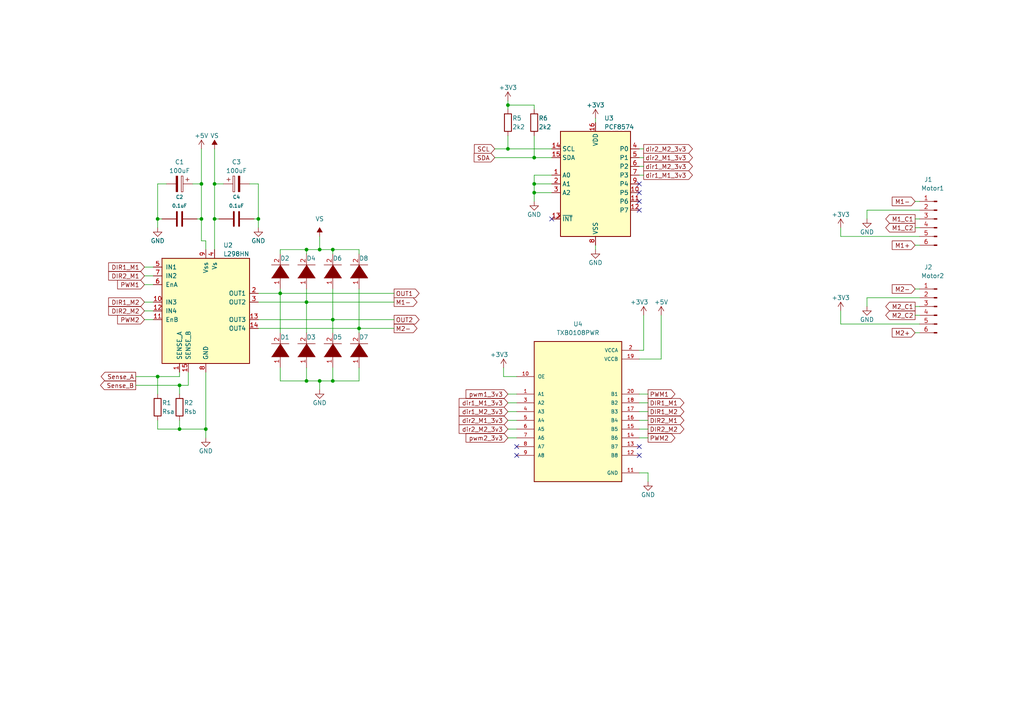
<source format=kicad_sch>
(kicad_sch (version 20211123) (generator eeschema)
  (paper "A4")
  (lib_symbols
    (symbol "Connector:Conn_01x06_Male" (pin_names (offset 1.016) hide)
      (property "Reference" "J" (at 0 7.62 0))
      (property "Value" "Conn_01x06_Male" (at 0 -10.16 0))
      (symbol "Conn_01x06_Male_1_1"
        (polyline (pts (xy 1.27 -7.62) (xy 0.8636 -7.62)) (stroke (width 0.1524)))
        (polyline (pts (xy 1.27 -5.08) (xy 0.8636 -5.08)) (stroke (width 0.1524)))
        (polyline (pts (xy 1.27 -2.54) (xy 0.8636 -2.54)) (stroke (width 0.1524)))
        (polyline (pts (xy 1.27 0) (xy 0.8636 0)) (stroke (width 0.1524)))
        (polyline (pts (xy 1.27 2.54) (xy 0.8636 2.54)) (stroke (width 0.1524)))
        (polyline (pts (xy 1.27 5.08) (xy 0.8636 5.08)) (stroke (width 0.1524)))
        (rectangle (start 0.8636 -7.493) (end 0 -7.747) (stroke (width 0.1524)) (fill (type outline)))
        (rectangle (start 0.8636 -4.953) (end 0 -5.207) (stroke (width 0.1524)) (fill (type outline)))
        (rectangle (start 0.8636 -2.413) (end 0 -2.667) (stroke (width 0.1524)) (fill (type outline)))
        (rectangle (start 0.8636 0.127) (end 0 -0.127) (stroke (width 0.1524)) (fill (type outline)))
        (rectangle (start 0.8636 2.667) (end 0 2.413) (stroke (width 0.1524)) (fill (type outline)))
        (rectangle (start 0.8636 5.207) (end 0 4.953) (stroke (width 0.1524)) (fill (type outline)))
        (pin passive line (at 5.08 5.08 180) (length 3.81) (name "Pin_1") (number "1"))
        (pin passive line (at 5.08 2.54 180) (length 3.81) (name "Pin_2") (number "2"))
        (pin passive line (at 5.08 0 180) (length 3.81) (name "Pin_3") (number "3"))
        (pin passive line (at 5.08 -2.54 180) (length 3.81) (name "Pin_4") (number "4"))
        (pin passive line (at 5.08 -5.08 180) (length 3.81) (name "Pin_5") (number "5"))
        (pin passive line (at 5.08 -7.62 180) (length 3.81) (name "Pin_6") (number "6"))
      )
    )
    (symbol "Device:C_Polarized" (pin_numbers hide) (pin_names (offset 0.254))
      (property "Reference" "C" (at 0.635 2.54 0))
      (property "Value" "C_Polarized" (at 0.635 -2.54 0))
      (symbol "C_Polarized_0_1"
        (rectangle (start -2.286 0.508) (end 2.286 1.016))
        (polyline (pts (xy -1.778 2.286) (xy -0.762 2.286)))
        (polyline (pts (xy -1.27 2.794) (xy -1.27 1.778)))
        (rectangle (start 2.286 -0.508) (end -2.286 -1.016) (fill (type outline)))
      )
      (symbol "C_Polarized_1_1"
        (pin passive line (at 0 3.81 270) (length 2.794) (name "~") (number "1"))
        (pin passive line (at 0 -3.81 90) (length 2.794) (name "~") (number "2"))
      )
    )
    (symbol "Device:R" (pin_numbers hide) (pin_names (offset 0))
      (property "Reference" "R" (at 2.032 0 90))
      (property "Value" "R" (at 0 0 90))
      (symbol "R_0_1"
        (rectangle (start -1.016 -2.54) (end 1.016 2.54) (stroke (width 0.254)))
      )
      (symbol "R_1_1"
        (pin passive line (at 0 3.81 270) (length 1.27) (name "~") (number "1"))
        (pin passive line (at 0 -3.81 90) (length 1.27) (name "~") (number "2"))
      )
    )
    (symbol "Driver_Motor:L298HN" (pin_names (offset 1.016))
      (property "Reference" "U2" (at 5.08 19.05 0))
      (property "Value" "L298HN" (at 5.08 16.51 0))
      (symbol "L298HN_0_1"
        (rectangle (start -12.7 15.24) (end 12.7 -15.24) (stroke (width 0.254)) (fill (type background)))
      )
      (symbol "L298HN_1_1"
        (pin output line (at -7.62 -17.78 90) (length 2.54) (name "SENSE_A") (number "1"))
        (pin input line (at -15.24 2.54 0) (length 2.54) (name "IN3") (number "10"))
        (pin input line (at -15.24 -2.54 0) (length 2.54) (name "EnB") (number "11"))
        (pin input line (at -15.24 0 0) (length 2.54) (name "IN4") (number "12"))
        (pin output line (at 15.24 -2.54 180) (length 2.54) (name "OUT3") (number "13"))
        (pin output line (at 15.24 -5.08 180) (length 2.54) (name "OUT4") (number "14"))
        (pin input line (at -5.08 -17.78 90) (length 2.54) (name "SENSE_B") (number "15"))
        (pin output line (at 15.24 5.08 180) (length 2.54) (name "OUT1") (number "2"))
        (pin output line (at 15.24 2.54 180) (length 2.54) (name "OUT2") (number "3"))
        (pin power_in line (at 2.54 17.78 270) (length 2.54) (name "Vs") (number "4"))
        (pin input line (at -15.24 12.7 0) (length 2.54) (name "IN1") (number "5"))
        (pin input line (at -15.24 7.62 0) (length 2.54) (name "EnA") (number "6"))
        (pin input line (at -15.24 10.16 0) (length 2.54) (name "IN2") (number "7"))
        (pin power_in line (at 0 -17.78 90) (length 2.54) (name "GND") (number "8"))
        (pin power_in line (at 0 17.78 270) (length 2.54) (name "Vss") (number "9"))
      )
    )
    (symbol "Interface_Expansion:PCF8574"
      (property "Reference" "U" (at -8.89 16.51 0))
      (property "Value" "PCF8574" (at 2.54 16.51 0))
      (symbol "PCF8574_0_1"
        (rectangle (start -10.16 15.24) (end 10.16 -15.24) (stroke (width 0.254)) (fill (type background)))
      )
      (symbol "PCF8574_1_1"
        (pin input line (at -12.7 2.54 0) (length 2.54) (name "A0") (number "1"))
        (pin bidirectional line (at 12.7 -2.54 180) (length 2.54) (name "P5") (number "10"))
        (pin bidirectional line (at 12.7 -5.08 180) (length 2.54) (name "P6") (number "11"))
        (pin bidirectional line (at 12.7 -7.62 180) (length 2.54) (name "P7") (number "12"))
        (pin open_collector output_low (at -12.7 -10.16 0) (length 2.54) (name "~{INT}") (number "13"))
        (pin input line (at -12.7 10.16 0) (length 2.54) (name "SCL") (number "14"))
        (pin bidirectional line (at -12.7 7.62 0) (length 2.54) (name "SDA") (number "15"))
        (pin power_in line (at 0 17.78 270) (length 2.54) (name "VDD") (number "16"))
        (pin input line (at -12.7 0 0) (length 2.54) (name "A1") (number "2"))
        (pin input line (at -12.7 -2.54 0) (length 2.54) (name "A2") (number "3"))
        (pin bidirectional line (at 12.7 10.16 180) (length 2.54) (name "P0") (number "4"))
        (pin bidirectional line (at 12.7 7.62 180) (length 2.54) (name "P1") (number "5"))
        (pin bidirectional line (at 12.7 5.08 180) (length 2.54) (name "P2") (number "6"))
        (pin bidirectional line (at 12.7 2.54 180) (length 2.54) (name "P3") (number "7"))
        (pin power_in line (at 0 -17.78 90) (length 2.54) (name "VSS") (number "8"))
        (pin bidirectional line (at 12.7 0 180) (length 2.54) (name "P4") (number "9"))
      )
    )
    (symbol "TXB0108PWR:TXB0108PWR" (pin_names (offset 1.016))
      (property "Reference" "U" (at -12.7 23.86 0))
      (property "Value" "TXB0108PWR" (at -12.7 -21.78 0))
      (symbol "TXB0108PWR_0_0"
        (rectangle (start -12.7 -17.78) (end 12.7 22.86) (stroke (width 0.254)) (fill (type background)))
        (pin bidirectional line (at -17.78 7.62 0) (length 5.08) (name "A1") (number "1"))
        (pin input line (at -17.78 12.7 0) (length 5.08) (name "OE") (number "10"))
        (pin power_in line (at 17.78 -15.24 180) (length 5.08) (name "GND") (number "11"))
        (pin bidirectional line (at 17.78 -10.16 180) (length 5.08) (name "B8") (number "12"))
        (pin bidirectional line (at 17.78 -7.62 180) (length 5.08) (name "B7") (number "13"))
        (pin bidirectional line (at 17.78 -5.08 180) (length 5.08) (name "B6") (number "14"))
        (pin bidirectional line (at 17.78 -2.54 180) (length 5.08) (name "B5") (number "15"))
        (pin bidirectional line (at 17.78 0 180) (length 5.08) (name "B4") (number "16"))
        (pin bidirectional line (at 17.78 2.54 180) (length 5.08) (name "B3") (number "17"))
        (pin bidirectional line (at 17.78 5.08 180) (length 5.08) (name "B2") (number "18"))
        (pin power_in line (at 17.78 17.78 180) (length 5.08) (name "VCCB") (number "19"))
        (pin power_in line (at 17.78 20.32 180) (length 5.08) (name "VCCA") (number "2"))
        (pin bidirectional line (at 17.78 7.62 180) (length 5.08) (name "B1") (number "20"))
        (pin bidirectional line (at -17.78 5.08 0) (length 5.08) (name "A2") (number "3"))
        (pin bidirectional line (at -17.78 2.54 0) (length 5.08) (name "A3") (number "4"))
        (pin bidirectional line (at -17.78 0 0) (length 5.08) (name "A4") (number "5"))
        (pin bidirectional line (at -17.78 -2.54 0) (length 5.08) (name "A5") (number "6"))
        (pin bidirectional line (at -17.78 -5.08 0) (length 5.08) (name "A6") (number "7"))
        (pin bidirectional line (at -17.78 -7.62 0) (length 5.08) (name "A7") (number "8"))
        (pin bidirectional line (at -17.78 -10.16 0) (length 5.08) (name "A8") (number "9"))
      )
    )
    (symbol "cyclophone:C" (pin_numbers hide) (pin_names (offset 0.254))
      (property "Reference" "C" (at 0 2.54 0))
      (property "Value" "C" (at 0.1524 -2.159 0))
      (symbol "C_0_1"
        (polyline (pts (xy -2.032 -0.762) (xy 2.032 -0.762)) (stroke (width 0.508)))
        (polyline (pts (xy -2.032 0.762) (xy 2.032 0.762)) (stroke (width 0.508)))
      )
      (symbol "C_1_1"
        (pin passive line (at 0 5.08 270) (length 4.318) (name "~") (number "1"))
        (pin passive line (at 0 -5.08 90) (length 4.318) (name "~") (number "2"))
      )
    )
    (symbol "power:+3.3V" (power) (pin_names (offset 0))
      (property "Value" "+3.3V" (at 0 3.556 0))
      (symbol "+3.3V_0_1"
        (polyline (pts (xy -0.762 1.27) (xy 0 2.54)))
        (polyline (pts (xy 0 0) (xy 0 2.54)))
        (polyline (pts (xy 0 2.54) (xy 0.762 1.27)))
      )
      (symbol "+3.3V_1_1"
        (pin power_in line (at 0 0 90) (length 0) hide (name "+3V3") (number "1"))
      )
    )
    (symbol "power:+5V" (power) (pin_names (offset 0))
      (property "Value" "+5V" (at 0 3.556 0))
      (symbol "+5V_0_1"
        (polyline (pts (xy -0.762 1.27) (xy 0 2.54)))
        (polyline (pts (xy 0 0) (xy 0 2.54)))
        (polyline (pts (xy 0 2.54) (xy 0.762 1.27)))
      )
      (symbol "+5V_1_1"
        (pin power_in line (at 0 0 90) (length 0) hide (name "+5V") (number "1"))
      )
    )
    (symbol "power:GND" (power) (pin_names (offset 0))
      (property "Value" "GND" (at 0 -3.81 0))
      (symbol "GND_0_1"
        (polyline (pts (xy 0 0) (xy 0 -1.27) (xy 1.27 -1.27) (xy 0 -2.54) (xy -1.27 -1.27) (xy 0 -1.27)))
      )
      (symbol "GND_1_1"
        (pin power_in line (at 0 0 270) (length 0) hide (name "GND") (number "1"))
      )
    )
    (symbol "power:VS" (power) (pin_names (offset 0))
      (property "Value" "VS" (at 0 3.81 0))
      (symbol "VS_0_1"
        (polyline (pts (xy 0 0) (xy 0 2.54)))
        (polyline (pts (xy 0.762 1.27) (xy -0.762 1.27) (xy 0 2.54) (xy 0.762 1.27)) (fill (type outline)))
      )
      (symbol "VS_1_1"
        (pin power_in line (at 0 0 90) (length 0) hide (name "VS") (number "1"))
      )
    )
    (symbol "pspice:DIODE" (pin_names (offset 1.016) hide)
      (property "Reference" "D" (at 0 3.81 0))
      (property "Value" "DIODE" (at 0 -4.445 0))
      (symbol "DIODE_0_1"
        (polyline (pts (xy 1.905 2.54) (xy 1.905 -2.54)))
        (polyline (pts (xy -1.905 2.54) (xy -1.905 -2.54) (xy 1.905 0)) (fill (type outline)))
      )
      (symbol "DIODE_1_1"
        (pin input line (at -5.08 0 0) (length 3.81) (name "K") (number "1"))
        (pin input line (at 5.08 0 180) (length 3.81) (name "A") (number "2"))
      )
    )
  )
  (junction (at 62.23 53.34))
  (junction (at 88.9 110.49))
  (junction (at 88.9 72.39))
  (junction (at 92.71 110.49))
  (junction (at 58.42 53.34))
  (junction (at 96.52 110.49))
  (junction (at 62.23 63.5))
  (junction (at 45.72 109.22))
  (junction (at 104.14 95.25))
  (junction (at 154.94 53.34))
  (junction (at 52.07 124.46))
  (junction (at 147.32 30.48))
  (junction (at 96.52 92.71))
  (junction (at 147.32 43.18))
  (junction (at 92.71 72.39))
  (junction (at 154.94 45.72))
  (junction (at 58.42 63.5))
  (junction (at 59.69 124.46))
  (junction (at 74.93 63.5))
  (junction (at 96.52 72.39))
  (junction (at 88.9 87.63))
  (junction (at 52.07 111.76))
  (junction (at 154.94 55.88))
  (junction (at 81.28 85.09))
  (junction (at 45.72 63.5))
  (no_connect (at 185.42 132.08))
  (no_connect (at 185.42 55.88))
  (no_connect (at 185.42 53.34))
  (no_connect (at 185.42 60.96))
  (no_connect (at 160.02 63.5))
  (no_connect (at 185.42 129.54))
  (no_connect (at 149.86 132.08))
  (no_connect (at 149.86 129.54))
  (no_connect (at 185.42 58.42))
  (wire (pts (xy 81.28 72.39) (xy 88.9 72.39)))
  (wire (pts (xy 74.93 92.71) (xy 96.52 92.71)))
  (wire (pts (xy 45.72 121.92) (xy 45.72 124.46)))
  (wire (pts (xy 154.94 30.48) (xy 147.32 30.48)))
  (wire (pts (xy 41.91 80.01) (xy 44.45 80.01)))
  (wire (pts (xy 154.94 31.75) (xy 154.94 30.48)))
  (wire (pts (xy 96.52 110.49) (xy 92.71 110.49)))
  (wire (pts (xy 96.52 72.39) (xy 96.52 73.66)))
  (wire (pts (xy 186.69 43.18) (xy 185.42 43.18)))
  (wire (pts (xy 52.07 111.76) (xy 52.07 114.3)))
  (wire (pts (xy 143.51 45.72) (xy 154.94 45.72)))
  (wire (pts (xy 81.28 85.09) (xy 81.28 96.52)))
  (wire (pts (xy 265.43 66.04) (xy 266.7 66.04)))
  (wire (pts (xy 73.66 63.5) (xy 74.93 63.5)))
  (wire (pts (xy 45.72 63.5) (xy 45.72 66.04)))
  (wire (pts (xy 81.28 73.66) (xy 81.28 72.39)))
  (wire (pts (xy 104.14 95.25) (xy 104.14 96.52)))
  (wire (pts (xy 81.28 85.09) (xy 114.3 85.09)))
  (wire (pts (xy 154.94 55.88) (xy 154.94 53.34)))
  (wire (pts (xy 62.23 63.5) (xy 63.5 63.5)))
  (wire (pts (xy 59.69 69.85) (xy 59.69 72.39)))
  (wire (pts (xy 81.28 83.82) (xy 81.28 85.09)))
  (wire (pts (xy 88.9 72.39) (xy 88.9 73.66)))
  (wire (pts (xy 57.15 63.5) (xy 58.42 63.5)))
  (wire (pts (xy 251.46 86.36) (xy 266.7 86.36)))
  (wire (pts (xy 243.84 90.17) (xy 243.84 93.98)))
  (wire (pts (xy 48.26 53.34) (xy 45.72 53.34)))
  (wire (pts (xy 187.96 119.38) (xy 185.42 119.38)))
  (wire (pts (xy 96.52 83.82) (xy 96.52 92.71)))
  (wire (pts (xy 59.69 107.95) (xy 59.69 124.46)))
  (wire (pts (xy 147.32 39.37) (xy 147.32 43.18)))
  (wire (pts (xy 265.43 83.82) (xy 266.7 83.82)))
  (wire (pts (xy 147.32 29.21) (xy 147.32 30.48)))
  (wire (pts (xy 251.46 88.9) (xy 251.46 86.36)))
  (wire (pts (xy 265.43 63.5) (xy 266.7 63.5)))
  (wire (pts (xy 104.14 106.68) (xy 104.14 110.49)))
  (wire (pts (xy 74.93 66.04) (xy 74.93 63.5)))
  (wire (pts (xy 243.84 68.58) (xy 266.7 68.58)))
  (wire (pts (xy 186.69 91.44) (xy 186.69 101.6)))
  (wire (pts (xy 62.23 43.18) (xy 62.23 53.34)))
  (wire (pts (xy 88.9 87.63) (xy 114.3 87.63)))
  (wire (pts (xy 186.69 101.6) (xy 185.42 101.6)))
  (wire (pts (xy 251.46 60.96) (xy 266.7 60.96)))
  (wire (pts (xy 55.88 53.34) (xy 58.42 53.34)))
  (wire (pts (xy 52.07 107.95) (xy 52.07 109.22)))
  (wire (pts (xy 41.91 87.63) (xy 44.45 87.63)))
  (wire (pts (xy 147.32 30.48) (xy 147.32 31.75)))
  (wire (pts (xy 147.32 43.18) (xy 160.02 43.18)))
  (wire (pts (xy 45.72 124.46) (xy 52.07 124.46)))
  (wire (pts (xy 154.94 45.72) (xy 160.02 45.72)))
  (wire (pts (xy 74.93 63.5) (xy 74.93 53.34)))
  (wire (pts (xy 187.96 121.92) (xy 185.42 121.92)))
  (wire (pts (xy 96.52 72.39) (xy 104.14 72.39)))
  (wire (pts (xy 186.69 48.26) (xy 185.42 48.26)))
  (wire (pts (xy 39.37 111.76) (xy 52.07 111.76)))
  (wire (pts (xy 187.96 127) (xy 185.42 127)))
  (wire (pts (xy 154.94 39.37) (xy 154.94 45.72)))
  (wire (pts (xy 45.72 109.22) (xy 52.07 109.22)))
  (wire (pts (xy 154.94 50.8) (xy 160.02 50.8)))
  (wire (pts (xy 104.14 110.49) (xy 96.52 110.49)))
  (wire (pts (xy 41.91 90.17) (xy 44.45 90.17)))
  (wire (pts (xy 147.32 114.3) (xy 149.86 114.3)))
  (wire (pts (xy 104.14 72.39) (xy 104.14 73.66)))
  (wire (pts (xy 41.91 82.55) (xy 44.45 82.55)))
  (wire (pts (xy 265.43 88.9) (xy 266.7 88.9)))
  (wire (pts (xy 88.9 72.39) (xy 92.71 72.39)))
  (wire (pts (xy 58.42 63.5) (xy 58.42 69.85)))
  (wire (pts (xy 52.07 111.76) (xy 54.61 111.76)))
  (wire (pts (xy 186.69 45.72) (xy 185.42 45.72)))
  (wire (pts (xy 81.28 110.49) (xy 88.9 110.49)))
  (wire (pts (xy 92.71 110.49) (xy 88.9 110.49)))
  (wire (pts (xy 41.91 92.71) (xy 44.45 92.71)))
  (wire (pts (xy 172.72 71.12) (xy 172.72 72.39)))
  (wire (pts (xy 147.32 121.92) (xy 149.86 121.92)))
  (wire (pts (xy 96.52 92.71) (xy 96.52 96.52)))
  (wire (pts (xy 52.07 124.46) (xy 59.69 124.46)))
  (wire (pts (xy 146.05 106.68) (xy 146.05 109.22)))
  (wire (pts (xy 187.96 139.7) (xy 187.96 137.16)))
  (wire (pts (xy 58.42 69.85) (xy 59.69 69.85)))
  (wire (pts (xy 154.94 53.34) (xy 160.02 53.34)))
  (wire (pts (xy 187.96 116.84) (xy 185.42 116.84)))
  (wire (pts (xy 54.61 107.95) (xy 54.61 111.76)))
  (wire (pts (xy 52.07 121.92) (xy 52.07 124.46)))
  (wire (pts (xy 45.72 53.34) (xy 45.72 63.5)))
  (wire (pts (xy 187.96 114.3) (xy 185.42 114.3)))
  (wire (pts (xy 146.05 109.22) (xy 149.86 109.22)))
  (wire (pts (xy 58.42 43.18) (xy 58.42 53.34)))
  (wire (pts (xy 58.42 53.34) (xy 58.42 63.5)))
  (wire (pts (xy 45.72 63.5) (xy 46.99 63.5)))
  (wire (pts (xy 143.51 43.18) (xy 147.32 43.18)))
  (wire (pts (xy 187.96 124.46) (xy 185.42 124.46)))
  (wire (pts (xy 92.71 68.58) (xy 92.71 72.39)))
  (wire (pts (xy 39.37 109.22) (xy 45.72 109.22)))
  (wire (pts (xy 88.9 87.63) (xy 88.9 96.52)))
  (wire (pts (xy 104.14 95.25) (xy 114.3 95.25)))
  (wire (pts (xy 172.72 34.29) (xy 172.72 35.56)))
  (wire (pts (xy 187.96 137.16) (xy 185.42 137.16)))
  (wire (pts (xy 45.72 109.22) (xy 45.72 114.3)))
  (wire (pts (xy 96.52 106.68) (xy 96.52 110.49)))
  (wire (pts (xy 62.23 63.5) (xy 62.23 72.39)))
  (wire (pts (xy 88.9 83.82) (xy 88.9 87.63)))
  (wire (pts (xy 243.84 93.98) (xy 266.7 93.98)))
  (wire (pts (xy 265.43 58.42) (xy 266.7 58.42)))
  (wire (pts (xy 74.93 53.34) (xy 72.39 53.34)))
  (wire (pts (xy 154.94 55.88) (xy 160.02 55.88)))
  (wire (pts (xy 74.93 85.09) (xy 81.28 85.09)))
  (wire (pts (xy 251.46 63.5) (xy 251.46 60.96)))
  (wire (pts (xy 92.71 72.39) (xy 96.52 72.39)))
  (wire (pts (xy 265.43 91.44) (xy 266.7 91.44)))
  (wire (pts (xy 265.43 71.12) (xy 266.7 71.12)))
  (wire (pts (xy 62.23 53.34) (xy 62.23 63.5)))
  (wire (pts (xy 147.32 119.38) (xy 149.86 119.38)))
  (wire (pts (xy 59.69 124.46) (xy 59.69 127)))
  (wire (pts (xy 191.77 91.44) (xy 191.77 104.14)))
  (wire (pts (xy 243.84 66.04) (xy 243.84 68.58)))
  (wire (pts (xy 147.32 127) (xy 149.86 127)))
  (wire (pts (xy 147.32 124.46) (xy 149.86 124.46)))
  (wire (pts (xy 191.77 104.14) (xy 185.42 104.14)))
  (wire (pts (xy 186.69 50.8) (xy 185.42 50.8)))
  (wire (pts (xy 265.43 96.52) (xy 266.7 96.52)))
  (wire (pts (xy 74.93 95.25) (xy 104.14 95.25)))
  (wire (pts (xy 104.14 83.82) (xy 104.14 95.25)))
  (wire (pts (xy 154.94 53.34) (xy 154.94 50.8)))
  (wire (pts (xy 41.91 77.47) (xy 44.45 77.47)))
  (wire (pts (xy 92.71 110.49) (xy 92.71 113.03)))
  (wire (pts (xy 88.9 106.68) (xy 88.9 110.49)))
  (wire (pts (xy 147.32 116.84) (xy 149.86 116.84)))
  (wire (pts (xy 62.23 53.34) (xy 64.77 53.34)))
  (wire (pts (xy 74.93 87.63) (xy 88.9 87.63)))
  (wire (pts (xy 96.52 92.71) (xy 114.3 92.71)))
  (wire (pts (xy 81.28 106.68) (xy 81.28 110.49)))
  (wire (pts (xy 154.94 58.42) (xy 154.94 55.88)))
  (global_label "DIR2_M1" (shape output) (at 187.96 121.92 0) (property "Intersheet References" "${INTERSHEET_REFS}" (effects hide)))
  (global_label "PWM2" (shape input) (at 41.91 92.71 180) (property "Intersheet References" "${INTERSHEET_REFS}" (effects hide)))
  (global_label "dir2_M2_3v3" (shape input) (at 147.32 124.46 180) (property "Intersheet References" "${INTERSHEET_REFS}" (effects hide)))
  (global_label "Sense_B" (shape output) (at 39.37 111.76 180) (property "Intersheet References" "${INTERSHEET_REFS}" (effects hide)))
  (global_label "M1+" (shape input) (at 265.43 71.12 180) (property "Intersheet References" "${INTERSHEET_REFS}" (effects hide)))
  (global_label "DIR1_M1" (shape output) (at 187.96 116.84 0) (property "Intersheet References" "${INTERSHEET_REFS}" (effects hide)))
  (global_label "PWM1" (shape output) (at 187.96 114.3 0) (property "Intersheet References" "${INTERSHEET_REFS}" (effects hide)))
  (global_label "OUT1" (shape output) (at 114.3 85.09 0) (property "Intersheet References" "${INTERSHEET_REFS}" (effects hide)))
  (global_label "DIR2_M2" (shape input) (at 41.91 90.17 180) (property "Intersheet References" "${INTERSHEET_REFS}" (effects hide)))
  (global_label "pwm2_3v3" (shape input) (at 147.32 127 180) (property "Intersheet References" "${INTERSHEET_REFS}" (effects hide)))
  (global_label "dir1_M2_3v3" (shape input) (at 147.32 119.38 180) (property "Intersheet References" "${INTERSHEET_REFS}" (effects hide)))
  (global_label "M1-" (shape output) (at 114.3 87.63 0) (property "Intersheet References" "${INTERSHEET_REFS}" (effects hide)))
  (global_label "M2-" (shape output) (at 114.3 95.25 0) (property "Intersheet References" "${INTERSHEET_REFS}" (effects hide)))
  (global_label "dir2_M2_3v3" (shape output) (at 186.69 43.18 0) (property "Intersheet References" "${INTERSHEET_REFS}" (effects hide)))
  (global_label "DIR1_M1" (shape input) (at 41.91 77.47 180) (property "Intersheet References" "${INTERSHEET_REFS}" (effects hide)))
  (global_label "pwm1_3v3" (shape input) (at 147.32 114.3 180) (property "Intersheet References" "${INTERSHEET_REFS}" (effects hide)))
  (global_label "PWM2" (shape output) (at 187.96 127 0) (property "Intersheet References" "${INTERSHEET_REFS}" (effects hide)))
  (global_label "DIR1_M2" (shape input) (at 41.91 87.63 180) (property "Intersheet References" "${INTERSHEET_REFS}" (effects hide)))
  (global_label "SDA" (shape input) (at 143.51 45.72 180) (property "Intersheet References" "${INTERSHEET_REFS}" (effects hide)))
  (global_label "M1-" (shape input) (at 265.43 58.42 180) (property "Intersheet References" "${INTERSHEET_REFS}" (effects hide)))
  (global_label "PWM1" (shape input) (at 41.91 82.55 180) (property "Intersheet References" "${INTERSHEET_REFS}" (effects hide)))
  (global_label "M2_C2" (shape output) (at 265.43 91.44 180) (property "Intersheet References" "${INTERSHEET_REFS}" (effects hide)))
  (global_label "dir2_M1_3v3" (shape output) (at 186.69 45.72 0) (property "Intersheet References" "${INTERSHEET_REFS}" (effects hide)))
  (global_label "DIR2_M1" (shape input) (at 41.91 80.01 180) (property "Intersheet References" "${INTERSHEET_REFS}" (effects hide)))
  (global_label "M1_C1" (shape output) (at 265.43 63.5 180) (property "Intersheet References" "${INTERSHEET_REFS}" (effects hide)))
  (global_label "SCL" (shape input) (at 143.51 43.18 180) (property "Intersheet References" "${INTERSHEET_REFS}" (effects hide)))
  (global_label "M2+" (shape input) (at 265.43 96.52 180) (property "Intersheet References" "${INTERSHEET_REFS}" (effects hide)))
  (global_label "M2_C1" (shape output) (at 265.43 88.9 180) (property "Intersheet References" "${INTERSHEET_REFS}" (effects hide)))
  (global_label "dir1_M1_3v3" (shape input) (at 147.32 116.84 180) (property "Intersheet References" "${INTERSHEET_REFS}" (effects hide)))
  (global_label "M2-" (shape input) (at 265.43 83.82 180) (property "Intersheet References" "${INTERSHEET_REFS}" (effects hide)))
  (global_label "dir1_M2_3v3" (shape output) (at 186.69 48.26 0) (property "Intersheet References" "${INTERSHEET_REFS}" (effects hide)))
  (global_label "DIR1_M2" (shape output) (at 187.96 119.38 0) (property "Intersheet References" "${INTERSHEET_REFS}" (effects hide)))
  (global_label "Sense_A" (shape output) (at 39.37 109.22 180) (property "Intersheet References" "${INTERSHEET_REFS}" (effects hide)))
  (global_label "dir2_M1_3v3" (shape input) (at 147.32 121.92 180) (property "Intersheet References" "${INTERSHEET_REFS}" (effects hide)))
  (global_label "DIR2_M2" (shape output) (at 187.96 124.46 0) (property "Intersheet References" "${INTERSHEET_REFS}" (effects hide)))
  (global_label "dir1_M1_3v3" (shape output) (at 186.69 50.8 0) (property "Intersheet References" "${INTERSHEET_REFS}" (effects hide)))
  (global_label "M1_C2" (shape output) (at 265.43 66.04 180) (property "Intersheet References" "${INTERSHEET_REFS}" (effects hide)))
  (global_label "OUT2" (shape output) (at 114.3 92.71 0) (property "Intersheet References" "${INTERSHEET_REFS}" (effects hide)))
  (symbol (lib_id "pspice:DIODE") (at 96.52 101.6 90) (unit 1)
    (property "Reference" "D5" (at 96.52 97.79 90) (effects (justify right)))
    (property "Value" "DIODE" (effects hide))
    (property "Footprint" "Diode_THT:D_A-405_P10.16mm_Horizontal" (effects hide))
  )
  (symbol (lib_id "power:+3.3V") (at 147.32 29.21 0) (unit 1)
    (property "Reference" "#PWR016" (effects hide))
    (property "Value" "+3.3V" (at 147.32 25.4 0))
  )
  (symbol (lib_id "power:+3.3V") (at 186.69 91.44 0) (unit 1)
    (property "Reference" "#PWR021" (effects hide))
    (property "Value" "+3.3V" (at 185.42 87.63 0))
  )
  (symbol (lib_id "cyclophone:C") (at 52.07 63.5 270) (unit 1)
    (property "Reference" "C2" (at 52.07 57.15 90) (effects (font (size 1.016 1.016))))
    (property "Value" "0.1uF" (at 52.07 59.69 90) (effects (font (size 1.016 1.016))))
    (property "Footprint" "Capacitor_THT:C_Disc_D4.3mm_W1.9mm_P5.00mm" (effects hide))
  )
  (symbol (lib_id "pspice:DIODE") (at 104.14 101.6 90) (unit 1)
    (property "Reference" "D7" (at 104.14 97.79 90) (effects (justify right)))
    (property "Value" "DIODE" (effects hide))
    (property "Footprint" "Diode_THT:D_A-405_P10.16mm_Horizontal" (effects hide))
  )
  (symbol (lib_id "power:GND") (at 187.96 139.7 0) (unit 1)
    (property "Reference" "#PWR022" (effects hide))
    (property "Value" "GND" (at 187.96 143.51 0))
  )
  (symbol (lib_id "power:GND") (at 74.93 66.04 0) (unit 1)
    (property "Reference" "#PWR013" (effects hide))
    (property "Value" "GND" (at 74.93 69.85 0))
  )
  (symbol (lib_id "cyclophone:C") (at 68.58 63.5 270) (unit 1)
    (property "Reference" "C4" (at 68.58 57.15 90) (effects (font (size 1.016 1.016))))
    (property "Value" "0.1uF" (at 68.58 59.69 90) (effects (font (size 1.016 1.016))))
    (property "Footprint" "Capacitor_THT:C_Disc_D4.3mm_W1.9mm_P5.00mm" (effects hide))
  )
  (symbol (lib_id "power:+3.3V") (at 172.72 34.29 0) (unit 1)
    (property "Reference" "#PWR018" (effects hide))
    (property "Value" "+3.3V" (at 172.72 30.48 0))
  )
  (symbol (lib_id "power:+3.3V") (at 243.84 90.17 0) (mirror y) (unit 1)
    (property "Reference" "#PWR024" (effects hide))
    (property "Value" "+3.3V" (at 243.84 86.36 0))
  )
  (symbol (lib_id "Connector:Conn_01x06_Male") (at 271.78 88.9 0) (mirror y) (unit 1)
    (property "Reference" "J2" (at 269.24 77.47 0))
    (property "Value" "Motor2" (at 270.51 80.01 0))
    (property "Footprint" "Connector_PinHeader_2.54mm:PinHeader_1x06_P2.54mm_Vertical" (effects hide))
  )
  (symbol (lib_id "power:GND") (at 45.72 66.04 0) (unit 1)
    (property "Reference" "#PWR08" (effects hide))
    (property "Value" "GND" (at 45.72 69.85 0))
  )
  (symbol (lib_id "power:+3.3V") (at 243.84 66.04 0) (mirror y) (unit 1)
    (property "Reference" "#PWR023" (effects hide))
    (property "Value" "+3.3V" (at 243.84 62.23 0))
  )
  (symbol (lib_id "power:+5V") (at 58.42 43.18 0) (unit 1)
    (property "Reference" "#PWR09" (effects hide))
    (property "Value" "+5V" (at 58.42 39.37 0))
  )
  (symbol (lib_id "Interface_Expansion:PCF8574") (at 172.72 53.34 0) (unit 1)
    (property "Reference" "U3" (at 175.26 34.29 0) (effects (justify left)))
    (property "Value" "PCF8574" (at 175.26 36.83 0) (effects (justify left)))
    (property "Footprint" "PCF8574:SO16W" (effects hide))
    (property "Datasheet" "http://www.nxp.com/documents/data_sheet/PCF8574_PCF8574A.pdf" (effects hide))
  )
  (symbol (lib_id "Device:R") (at 147.32 35.56 0) (unit 1)
    (property "Reference" "R5" (at 148.59 34.29 0) (effects (justify left)))
    (property "Value" "2k2" (at 148.59 36.8301 0) (effects (justify left)))
    (property "Footprint" "Resistor_SMD:R_0805_2012Metric" (effects hide))
  )
  (symbol (lib_id "Device:C_Polarized") (at 52.07 53.34 270) (unit 1)
    (property "Reference" "C1" (at 52.07 46.99 90))
    (property "Value" "100uF" (at 52.07 49.53 90))
    (property "Footprint" "Capacitor_THT:CP_Radial_D6.3mm_P2.50mm" (effects hide))
  )
  (symbol (lib_id "power:VS") (at 62.23 43.18 0) (unit 1)
    (property "Reference" "#PWR011" (effects hide))
    (property "Value" "VS" (at 62.23 39.37 0))
  )
  (symbol (lib_id "power:GND") (at 59.69 127 0) (unit 1)
    (property "Reference" "#PWR010" (effects hide))
    (property "Value" "GND" (at 59.69 130.81 0))
  )
  (symbol (lib_id "pspice:DIODE") (at 88.9 101.6 90) (unit 1)
    (property "Reference" "D3" (at 88.9 97.79 90) (effects (justify right)))
    (property "Value" "DIODE" (effects hide))
    (property "Footprint" "Diode_THT:D_A-405_P10.16mm_Horizontal" (effects hide))
  )
  (symbol (lib_id "power:GND") (at 251.46 63.5 0) (mirror y) (unit 1)
    (property "Reference" "#PWR025" (effects hide))
    (property "Value" "GND" (at 251.46 67.31 0))
  )
  (symbol (lib_id "pspice:DIODE") (at 104.14 78.74 90) (unit 1)
    (property "Reference" "D8" (at 104.14 74.93 90) (effects (justify right)))
    (property "Value" "DIODE" (effects hide))
    (property "Footprint" "Diode_THT:D_A-405_P10.16mm_Horizontal" (effects hide))
  )
  (symbol (lib_id "power:VS") (at 92.71 68.58 0) (unit 1)
    (property "Reference" "#PWR014" (effects hide))
    (property "Value" "VS" (at 92.71 63.5 0))
  )
  (symbol (lib_id "Connector:Conn_01x06_Male") (at 271.78 63.5 0) (mirror y) (unit 1)
    (property "Reference" "J1" (at 269.24 52.07 0))
    (property "Value" "Motor1" (at 270.51 54.61 0))
    (property "Footprint" "Connector_PinHeader_2.54mm:PinHeader_1x06_P2.54mm_Vertical" (effects hide))
  )
  (symbol (lib_id "power:GND") (at 251.46 88.9 0) (mirror y) (unit 1)
    (property "Reference" "#PWR026" (effects hide))
    (property "Value" "GND" (at 251.46 92.71 0))
  )
  (symbol (lib_id "pspice:DIODE") (at 88.9 78.74 90) (unit 1)
    (property "Reference" "D4" (at 88.9 74.93 90) (effects (justify right)))
    (property "Value" "DIODE" (effects hide))
    (property "Footprint" "Diode_THT:D_A-405_P10.16mm_Horizontal" (effects hide))
  )
  (symbol (lib_id "pspice:DIODE") (at 96.52 78.74 90) (unit 1)
    (property "Reference" "D6" (at 96.52 74.93 90) (effects (justify right)))
    (property "Value" "DIODE" (effects hide))
    (property "Footprint" "Diode_THT:D_A-405_P10.16mm_Horizontal" (effects hide))
  )
  (symbol (lib_id "Driver_Motor:L298HN") (at 59.69 90.17 0) (unit 1)
    (property "Reference" "U2" (at 64.77 71.12 0) (effects (justify left)))
    (property "Value" "L298HN" (at 64.77 73.66 0) (effects (justify left)))
    (property "Footprint" "Package_TO_SOT_THT:TO-220-15_P2.54x2.54mm_StaggerOdd_Lead4.58mm_Vertical" (effects hide))
    (property "Datasheet" "http://www.st.com/st-web-ui/static/active/en/resource/technical/document/datasheet/CD00000240.pdf" (effects hide))
  )
  (symbol (lib_id "Device:R") (at 52.07 118.11 0) (unit 1)
    (property "Reference" "R2" (at 53.34 116.84 0) (effects (justify left)))
    (property "Value" "Rsb" (at 53.34 119.38 0) (effects (justify left)))
    (property "Footprint" "Resistor_SMD:R_0805_2012Metric" (effects hide))
  )
  (symbol (lib_id "Device:R") (at 154.94 35.56 0) (unit 1)
    (property "Reference" "R6" (at 156.21 34.29 0) (effects (justify left)))
    (property "Value" "2k2" (at 156.21 36.83 0) (effects (justify left)))
    (property "Footprint" "Resistor_SMD:R_0805_2012Metric" (effects hide))
  )
  (symbol (lib_id "TXB0108PWR:TXB0108PWR") (at 167.64 121.92 0) (unit 1)
    (property "Reference" "U4" (at 167.64 93.98 0))
    (property "Value" "TXB0108PWR" (at 167.64 96.52 0))
    (property "Footprint" "TXB0108_TSOP20_fotprint:SOP65P640X120-20N" (effects hide))
    (property "MF" "Texas Instruments" (effects hide))
    (property "MAXIMUM_PACKAGE_HEIGHT" "1.2mm" (effects hide))
    (property "Package" "TSSOP-20 Texas Instruments" (effects hide))
    (property "Price" "None" (effects hide))
    (property "Check_prices" "https://www.snapeda.com/parts/TXB0108PWR/Texas+Instruments/view-part/?ref=eda" (effects hide))
    (property "STANDARD" "IPC-7351B" (effects hide))
    (property "PARTREV" "H" (effects hide))
    (property "SnapEDA_Link" "https://www.snapeda.com/parts/TXB0108PWR/Texas+Instruments/view-part/?ref=snap" (effects hide))
    (property "MP" "TXB0108PWR" (effects hide))
    (property "Description" "\n                        \n                            8-Bit Bidirectional Voltage-Level Shifter with Auto Direction Sensing and +/-15-kV ESD Protect\n                        \n" (effects hide))
    (property "Availability" "In Stock" (effects hide))
    (property "MANUFACTURER" "Texas Instruments" (effects hide))
  )
  (symbol (lib_id "Device:C_Polarized") (at 68.58 53.34 90) (mirror x) (unit 1)
    (property "Reference" "C3" (at 68.58 46.99 90))
    (property "Value" "100uF" (at 68.58 49.53 90))
    (property "Footprint" "Capacitor_THT:CP_Radial_D6.3mm_P2.50mm" (effects hide))
  )
  (symbol (lib_id "power:GND") (at 92.71 113.03 0) (unit 1)
    (property "Reference" "#PWR015" (effects hide))
    (property "Value" "GND" (at 92.71 116.84 0))
  )
  (symbol (lib_id "power:+3.3V") (at 146.05 106.68 0) (unit 1)
    (property "Reference" "#PWR020" (effects hide))
    (property "Value" "+3.3V" (at 144.78 102.87 0))
  )
  (symbol (lib_id "pspice:DIODE") (at 81.28 101.6 90) (unit 1)
    (property "Reference" "D1" (at 81.28 97.79 90) (effects (justify right)))
    (property "Value" "DIODE" (effects hide))
    (property "Footprint" "Diode_THT:D_A-405_P10.16mm_Horizontal" (effects hide))
  )
  (symbol (lib_id "Device:R") (at 45.72 118.11 0) (unit 1)
    (property "Reference" "R1" (at 46.99 116.84 0) (effects (justify left)))
    (property "Value" "Rsa" (at 46.99 119.38 0) (effects (justify left)))
    (property "Footprint" "Resistor_SMD:R_0805_2012Metric" (effects hide))
  )
  (symbol (lib_id "power:GND") (at 172.72 72.39 0) (unit 1)
    (property "Reference" "#PWR019" (effects hide))
    (property "Value" "GND" (at 172.72 76.2 0))
  )
  (symbol (lib_id "pspice:DIODE") (at 81.28 78.74 90) (unit 1)
    (property "Reference" "D2" (at 81.28 74.93 90) (effects (justify right)))
    (property "Value" "DIODE" (effects hide))
    (property "Footprint" "Diode_THT:D_A-405_P10.16mm_Horizontal" (effects hide))
  )
  (symbol (lib_id "power:GND") (at 154.94 58.42 0) (unit 1)
    (property "Reference" "#PWR017" (effects hide))
    (property "Value" "GND" (at 154.94 62.23 0))
  )
  (symbol (lib_id "power:+5V") (at 191.77 91.44 0) (unit 1)
    (property "Reference" "#PWR042" (effects hide))
    (property "Value" "+5V" (at 191.77 87.63 0))
  )
)
</source>
